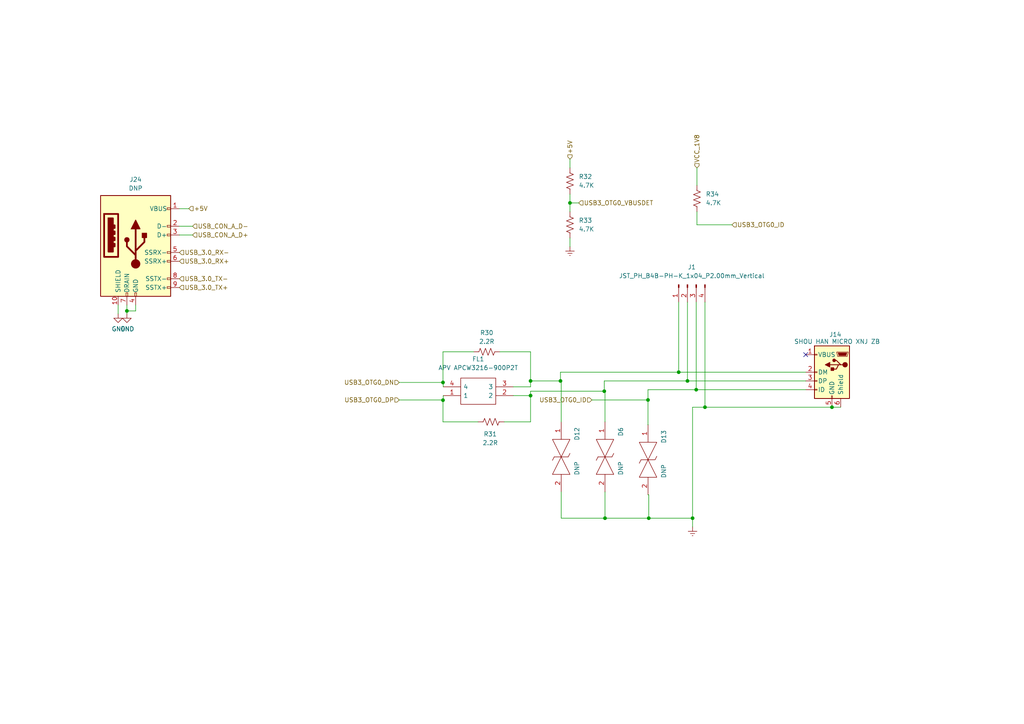
<source format=kicad_sch>
(kicad_sch (version 20231120) (generator "eeschema") (generator_version "8.0")
  (paper "A4")
  (lib_symbols
    (symbol "Connector:Conn_01x04_Pin" (pin_names (offset 1.016) hide)
      (property "Reference" "J" (at 0 5.08 0))
      (property "Value" "Conn_01x04_Pin" (at 0 -7.62 0))
      (symbol "Conn_01x04_Pin_1_1"
        (polyline (pts (xy 1.27 -5.08) (xy 0.8636 -5.08)) (stroke (width 0.1524)))
        (polyline (pts (xy 1.27 -2.54) (xy 0.8636 -2.54)) (stroke (width 0.1524)))
        (polyline (pts (xy 1.27 0) (xy 0.8636 0)) (stroke (width 0.1524)))
        (polyline (pts (xy 1.27 2.54) (xy 0.8636 2.54)) (stroke (width 0.1524)))
        (rectangle (start 0.8636 -4.953) (end 0 -5.207) (stroke (width 0.1524)) (fill (type outline)))
        (rectangle (start 0.8636 -2.413) (end 0 -2.667) (stroke (width 0.1524)) (fill (type outline)))
        (rectangle (start 0.8636 0.127) (end 0 -0.127) (stroke (width 0.1524)) (fill (type outline)))
        (rectangle (start 0.8636 2.667) (end 0 2.413) (stroke (width 0.1524)) (fill (type outline)))
        (pin passive line (at 5.08 2.54 180) (length 3.81) (name "Pin_1") (number "1"))
        (pin passive line (at 5.08 0 180) (length 3.81) (name "Pin_2") (number "2"))
        (pin passive line (at 5.08 -2.54 180) (length 3.81) (name "Pin_3") (number "3"))
        (pin passive line (at 5.08 -5.08 180) (length 3.81) (name "Pin_4") (number "4"))
      )
    )
    (symbol "Connector:USB3_A" (pin_names (offset 1.016))
      (property "Reference" "J" (at -10.16 15.24 0))
      (property "Value" "USB3_A" (at 10.16 15.24 0))
      (symbol "USB3_A_0_0"
        (rectangle (start -9.144 8.636) (end -5.08 -3.81) (stroke (width 0.508)))
        (rectangle (start -7.874 7.366) (end -6.604 -2.286) (stroke (width 0.508)) (fill (type outline)))
        (rectangle (start -6.35 0) (end -6.096 -0.762) (stroke (width 0.508)))
        (rectangle (start -6.35 1.778) (end -6.096 1.016) (stroke (width 0.508)))
        (rectangle (start -6.35 3.556) (end -6.096 2.794) (stroke (width 0.508)))
        (rectangle (start -6.35 5.334) (end -6.096 4.572) (stroke (width 0.508)))
        (rectangle (start -2.794 -15.24) (end -2.286 -14.224))
        (rectangle (start -0.254 -15.24) (end 0.254 -14.224))
        (rectangle (start 10.16 -12.446) (end 9.144 -12.954))
        (rectangle (start 10.16 -9.906) (end 9.144 -10.414))
        (rectangle (start 10.16 -4.826) (end 9.144 -5.334))
        (rectangle (start 10.16 -2.286) (end 9.144 -2.794))
        (rectangle (start 10.16 2.794) (end 9.144 2.286))
        (rectangle (start 10.16 5.334) (end 9.144 4.826))
        (rectangle (start 10.16 10.414) (end 9.144 9.906))
      )
      (symbol "USB3_A_0_1"
        (rectangle (start -10.16 13.97) (end 10.16 -15.24) (stroke (width 0.254)) (fill (type background)))
      )
      (symbol "USB3_A_1_1"
        (circle (center -2.54 1.143) (radius 0.635) (stroke (width 0.254)) (fill (type outline)))
        (circle (center 0 -5.842) (radius 1.27) (fill (type outline)))
        (polyline (pts (xy 0 -5.842) (xy 0 4.318)) (stroke (width 0.508)))
        (polyline (pts (xy 0 -3.302) (xy -2.54 -0.762) (xy -2.54 0.508)) (stroke (width 0.508)))
        (polyline (pts (xy 0 -2.032) (xy 2.54 0.508) (xy 2.54 1.778)) (stroke (width 0.508)))
        (polyline (pts (xy -1.27 4.318) (xy 0 6.858) (xy 1.27 4.318) (xy -1.27 4.318)) (stroke (width 0.254)) (fill (type outline)))
        (rectangle (start 1.905 1.778) (end 3.175 3.048) (stroke (width 0.254)) (fill (type outline)))
        (pin power_in line (at 12.7 10.16 180) (length 2.54) (name "VBUS") (number "1"))
        (pin passive line (at -5.08 -17.78 90) (length 2.54) (name "SHIELD") (number "10"))
        (pin bidirectional line (at 12.7 5.08 180) (length 2.54) (name "D-") (number "2"))
        (pin bidirectional line (at 12.7 2.54 180) (length 2.54) (name "D+") (number "3"))
        (pin power_in line (at 0 -17.78 90) (length 2.54) (name "GND") (number "4"))
        (pin output line (at 12.7 -2.54 180) (length 2.54) (name "SSRX-") (number "5"))
        (pin output line (at 12.7 -5.08 180) (length 2.54) (name "SSRX+") (number "6"))
        (pin passive line (at -2.54 -17.78 90) (length 2.54) (name "DRAIN") (number "7"))
        (pin input line (at 12.7 -10.16 180) (length 2.54) (name "SSTX-") (number "8"))
        (pin input line (at 12.7 -12.7 180) (length 2.54) (name "SSTX+") (number "9"))
      )
    )
    (symbol "Connector:USB_OTG" (pin_names (offset 1.016))
      (property "Reference" "J14" (at -2.794 10.922 0))
      (property "Value" "SHOU HAN MICRO XNJ ZB" (at -13.97 8.89 0))
      (symbol "USB_OTG_0_1"
        (rectangle (start -5.08 7.62) (end 5.08 -7.62) (stroke (width 0.254)) (fill (type background)))
        (circle (center -3.81 2.159) (radius 0.635) (stroke (width 0.254)) (fill (type outline)))
        (circle (center -0.635 3.429) (radius 0.381) (stroke (width 0.254)) (fill (type outline)))
        (rectangle (start -0.127 -7.62) (end 0.127 -6.858))
        (polyline (pts (xy -1.905 2.159) (xy 0.635 2.159)) (stroke (width 0.254)))
        (polyline (pts (xy -3.175 2.159) (xy -2.54 2.159) (xy -1.27 3.429) (xy -0.635 3.429)) (stroke (width 0.254)))
        (polyline (pts (xy -2.54 2.159) (xy -1.905 2.159) (xy -1.27 0.889) (xy 0 0.889)) (stroke (width 0.254)))
        (polyline (pts (xy 0.635 2.794) (xy 0.635 1.524) (xy 1.905 2.159) (xy 0.635 2.794)) (stroke (width 0.254)) (fill (type outline)))
        (polyline (pts (xy -4.318 5.588) (xy -1.778 5.588) (xy -2.032 4.826) (xy -4.064 4.826) (xy -4.318 5.588)) (fill (type outline)))
        (polyline (pts (xy -4.699 5.842) (xy -4.699 5.588) (xy -4.445 4.826) (xy -4.445 4.572) (xy -1.651 4.572) (xy -1.651 4.826) (xy -1.397 5.588) (xy -1.397 5.842) (xy -4.699 5.842)))
        (rectangle (start 0.254 1.27) (end -0.508 0.508) (stroke (width 0.254)) (fill (type outline)))
        (rectangle (start 5.08 -5.207) (end 4.318 -4.953))
        (rectangle (start 5.08 -2.667) (end 4.318 -2.413))
        (rectangle (start 5.08 -0.127) (end 4.318 0.127))
        (rectangle (start 5.08 4.953) (end 4.318 5.207))
      )
      (symbol "USB_OTG_1_1"
        (pin passive line (at 7.62 5.08 180) (length 2.54) (name "VBUS") (number "1"))
        (pin bidirectional line (at 7.62 0 180) (length 2.54) (name "DM") (number "2"))
        (pin bidirectional line (at 7.62 -2.54 180) (length 2.54) (name "DP") (number "3"))
        (pin passive line (at 7.62 -5.08 180) (length 2.54) (name "ID") (number "4"))
        (pin passive line (at 0 -10.16 90) (length 2.54) (name "GND") (number "5"))
        (pin passive line (at -2.54 -10.16 90) (length 2.54) (name "Shield") (number "6"))
      )
    )
    (symbol "DLW31SN900SQ2L:DLW31SN900SQ2L" (pin_names (offset 0.762))
      (property "Reference" "FL" (at 16.51 7.62 0))
      (property "Value" "DLW31SN900SQ2L" (at 16.51 5.08 0))
      (symbol "DLW31SN900SQ2L_0_0"
        (pin passive line (at 0 -2.54 0) (length 5.08) (name "1") (number "1"))
        (pin passive line (at 20.32 -2.54 180) (length 5.08) (name "2") (number "2"))
        (pin passive line (at 20.32 0 180) (length 5.08) (name "3") (number "3"))
        (pin passive line (at 0 0 0) (length 5.08) (name "4") (number "4"))
      )
      (symbol "DLW31SN900SQ2L_0_1"
        (polyline (pts (xy 5.08 2.54) (xy 15.24 2.54) (xy 15.24 -5.08) (xy 5.08 -5.08) (xy 5.08 2.54)) (stroke (width 0.1524)))
      )
    )
    (symbol "Device:R_US" (pin_numbers hide) (pin_names (offset 0))
      (property "Reference" "R" (at 2.54 0 90))
      (property "Value" "R_US" (at -2.54 0 90))
      (symbol "R_US_0_1"
        (polyline (pts (xy 0 -2.286) (xy 0 -2.54)))
        (polyline (pts (xy 0 2.286) (xy 0 2.54)))
        (polyline (pts (xy 0 -0.762) (xy 1.016 -1.143) (xy 0 -1.524) (xy -1.016 -1.905) (xy 0 -2.286)))
        (polyline (pts (xy 0 0.762) (xy 1.016 0.381) (xy 0 0) (xy -1.016 -0.381) (xy 0 -0.762)))
        (polyline (pts (xy 0 2.286) (xy 1.016 1.905) (xy 0 1.524) (xy -1.016 1.143) (xy 0 0.762)))
      )
      (symbol "R_US_1_1"
        (pin passive line (at 0 3.81 270) (length 1.27) (name "~") (number "1"))
        (pin passive line (at 0 -3.81 90) (length 1.27) (name "~") (number "2"))
      )
    )
    (symbol "SP0402B-ULC-01ETG:SP0402B-ULC-01ETG" (pin_names (offset 0.762))
      (property "Reference" "D" (at 12.7 8.89 0))
      (property "Value" "SP0402B-ULC-01ETG" (at 12.7 6.35 0))
      (symbol "SP0402B-ULC-01ETG_0_0"
        (pin passive line (at 0 0 0) (length 5.08) (name "~") (number "1"))
        (pin passive line (at 20.32 0 180) (length 5.08) (name "~") (number "2"))
      )
      (symbol "SP0402B-ULC-01ETG_0_1"
        (polyline (pts (xy 9.144 2.54) (xy 10.16 2.032)) (stroke (width 0.1524)))
        (polyline (pts (xy 10.16 -2.032) (xy 10.16 2.032)) (stroke (width 0.1524)))
        (polyline (pts (xy 10.16 -2.032) (xy 11.176 -2.54)) (stroke (width 0.1524)))
        (polyline (pts (xy 10.16 0) (xy 5.08 -2.54) (xy 5.08 2.54) (xy 10.16 0)) (stroke (width 0.1524)))
        (polyline (pts (xy 10.16 0) (xy 15.24 -2.54) (xy 15.24 2.54) (xy 10.16 0)) (stroke (width 0.1524)))
      )
    )
    (symbol "power:Earth" (power) (pin_names (offset 0))
      (symbol "Earth_0_1"
        (polyline (pts (xy -0.635 -1.905) (xy 0.635 -1.905)))
        (polyline (pts (xy -0.127 -2.54) (xy 0.127 -2.54)))
        (polyline (pts (xy 0 -1.27) (xy 0 0)))
        (polyline (pts (xy 1.27 -1.27) (xy -1.27 -1.27)))
      )
      (symbol "Earth_1_1"
        (pin power_in line (at 0 0 270) (length 0) hide (name "Earth") (number "1"))
      )
    )
    (symbol "power:GND" (power) (pin_names (offset 0))
      (property "Value" "GND" (at 0 -3.81 0))
      (symbol "GND_0_1"
        (polyline (pts (xy 0 0) (xy 0 -1.27) (xy 1.27 -1.27) (xy 0 -2.54) (xy -1.27 -1.27) (xy 0 -1.27)))
      )
      (symbol "GND_1_1"
        (pin power_in line (at 0 0 270) (length 0) hide (name "GND") (number "1"))
      )
    )
  )
  (junction (at 165.3132 58.8557))
  (junction (at 201.93 113.03))
  (junction (at 204.47 118.11))
  (junction (at 188.1675 150.2957))
  (junction (at 175.26 113.4657))
  (junction (at 128.4832 110.9257))
  (junction (at 187.9431 116.0057))
  (junction (at 153.8832 114.7367))
  (junction (at 175.4732 150.2957))
  (junction (at 128.4832 116.0685))
  (junction (at 196.85 107.95))
  (junction (at 200.8732 150.2957))
  (junction (at 153.8832 110.49))
  (junction (at 241.3 118.11))
  (junction (at 36.8055 90.1822))
  (junction (at 199.39 110.49))
  (junction (at 162.56 110.49))
  (no_connect (at 233.68 102.87))
  (wire (pts (xy 196.85 107.95) (xy 162.56 107.95)))
  (wire (pts (xy 200.8732 118.11) (xy 204.47 118.11)))
  (wire (pts (xy 201.93 113.03) (xy 187.9431 113.03)))
  (wire (pts (xy 202.1432 65.2057) (xy 212.3032 65.2057)))
  (wire (pts (xy 204.47 118.11) (xy 241.3 118.11)))
  (wire (pts (xy 175.4732 150.2957) (xy 188.1675 150.2957)))
  (wire (pts (xy 153.8832 122.3557) (xy 146.2632 122.3557)))
  (wire (pts (xy 175.26 113.4657) (xy 175.4732 113.4657)))
  (wire (pts (xy 128.5532 112.1967) (xy 128.5532 110.9257)))
  (wire (pts (xy 128.5532 110.9257) (xy 128.4832 110.9257)))
  (wire (pts (xy 187.9431 123.19) (xy 187.96 123.19)))
  (wire (pts (xy 128.5532 116.0685) (xy 128.4832 116.0685)))
  (wire (pts (xy 162.7732 110.49) (xy 162.7732 122.3557)))
  (wire (pts (xy 165.3132 56.3157) (xy 165.3132 58.8557)))
  (wire (pts (xy 153.8832 113.4657) (xy 175.26 113.4657)))
  (wire (pts (xy 128.5532 114.7367) (xy 128.5532 116.0685)))
  (wire (pts (xy 202.1432 48.6957) (xy 202.1432 53.7757)))
  (wire (pts (xy 162.7732 150.2957) (xy 175.4732 150.2957)))
  (wire (pts (xy 115.7832 116.0057) (xy 128.4832 116.0057)))
  (wire (pts (xy 241.3 118.11) (xy 243.84 118.11)))
  (wire (pts (xy 188.1675 150.2957) (xy 188.1675 143.51)))
  (wire (pts (xy 39.3455 90.1822) (xy 36.8055 90.1822)))
  (wire (pts (xy 201.93 87.63) (xy 201.93 113.03)))
  (wire (pts (xy 162.7732 150.2957) (xy 162.7732 142.6757)))
  (wire (pts (xy 199.39 87.63) (xy 199.39 110.49)))
  (wire (pts (xy 153.8832 114.7367) (xy 153.8832 122.3557)))
  (wire (pts (xy 204.47 87.63) (xy 204.47 118.11)))
  (wire (pts (xy 153.8832 110.49) (xy 153.8832 112.1967)))
  (wire (pts (xy 162.56 107.95) (xy 162.56 110.49)))
  (wire (pts (xy 138.6432 122.3557) (xy 128.4832 122.3557)))
  (wire (pts (xy 128.4832 122.3557) (xy 128.4832 116.0685)))
  (wire (pts (xy 153.8832 102.0357) (xy 153.8832 110.49)))
  (wire (pts (xy 202.1432 61.3957) (xy 202.1432 65.2057)))
  (wire (pts (xy 36.8055 90.1822) (xy 36.8055 88.4767)))
  (wire (pts (xy 137.3732 102.0357) (xy 128.4832 102.0357)))
  (wire (pts (xy 128.4832 102.0357) (xy 128.4832 110.9257)))
  (wire (pts (xy 162.56 110.49) (xy 153.8832 110.49)))
  (wire (pts (xy 199.39 110.49) (xy 175.26 110.49)))
  (wire (pts (xy 165.3132 69.0157) (xy 165.3132 71.5557)))
  (wire (pts (xy 34.2655 91.0167) (xy 34.2655 88.4767)))
  (wire (pts (xy 36.8055 91.0167) (xy 36.8055 90.1822)))
  (wire (pts (xy 187.9431 113.03) (xy 187.9431 116.0057)))
  (wire (pts (xy 128.4832 116.0685) (xy 128.4832 116.0057)))
  (wire (pts (xy 233.68 107.95) (xy 196.85 107.95)))
  (wire (pts (xy 175.26 110.49) (xy 175.26 113.4657)))
  (wire (pts (xy 188.1675 143.51) (xy 187.96 143.51)))
  (wire (pts (xy 54.7615 60.4945) (xy 54.7615 60.5367)))
  (wire (pts (xy 148.8732 112.1967) (xy 153.8832 112.1967)))
  (wire (pts (xy 39.3455 88.4767) (xy 39.3455 90.1822)))
  (wire (pts (xy 55.8555 65.6167) (xy 52.0455 65.6167)))
  (wire (pts (xy 200.8732 150.2957) (xy 200.8732 152.8357)))
  (wire (pts (xy 187.9431 116.0057) (xy 187.9431 123.19)))
  (wire (pts (xy 54.7615 60.5367) (xy 52.0455 60.5367)))
  (wire (pts (xy 144.9932 102.0357) (xy 153.8832 102.0357)))
  (wire (pts (xy 233.68 110.49) (xy 199.39 110.49)))
  (wire (pts (xy 188.1675 150.2957) (xy 200.8732 150.2957)))
  (wire (pts (xy 165.3132 58.8557) (xy 165.3132 61.3957)))
  (wire (pts (xy 52.0455 68.1567) (xy 55.8555 68.1567)))
  (wire (pts (xy 196.85 87.63) (xy 196.85 107.95)))
  (wire (pts (xy 200.8732 118.11) (xy 200.8732 150.2957)))
  (wire (pts (xy 175.4732 150.2957) (xy 175.4732 142.6757)))
  (wire (pts (xy 167.8532 58.8557) (xy 165.3132 58.8557)))
  (wire (pts (xy 171.6632 116.0057) (xy 187.9431 116.0057)))
  (wire (pts (xy 148.8732 114.7367) (xy 153.8832 114.7367)))
  (wire (pts (xy 175.4732 113.4657) (xy 175.4732 122.3557)))
  (wire (pts (xy 162.7732 110.49) (xy 162.56 110.49)))
  (wire (pts (xy 233.68 113.03) (xy 201.93 113.03)))
  (wire (pts (xy 153.8832 113.4657) (xy 153.8832 114.7367)))
  (wire (pts (xy 115.7832 110.9257) (xy 128.4832 110.9257)))
  (wire (pts (xy 165.3132 46.1557) (xy 165.3132 48.6957)))
  (hierarchical_label "USB_CON_A_D-" (shape input) (at 55.8555 65.6167 0))
  (hierarchical_label "VCC_1V8" (shape input) (at 202.1432 48.6957 90))
  (hierarchical_label "USB_3.0_RX-" (shape input) (at 52.0455 73.2367 0))
  (hierarchical_label "USB_3.0_TX+" (shape input) (at 52.0455 83.3967 0))
  (hierarchical_label "USB3_OTG0_ID" (shape input) (at 212.3032 65.2057 0))
  (hierarchical_label "USB_3.0_RX+" (shape input) (at 52.0455 75.7767 0))
  (hierarchical_label "+5V" (shape input) (at 165.3132 46.1557 90))
  (hierarchical_label "USB_3.0_TX-" (shape input) (at 52.0455 80.8567 0))
  (hierarchical_label "USB3_OTG0_ID" (shape input) (at 171.6632 116.0057 180))
  (hierarchical_label "USB_CON_A_D+" (shape input) (at 55.8555 68.1567 0))
  (hierarchical_label "+5V" (shape input) (at 54.7615 60.4945 0))
  (hierarchical_label "USB3_OTG0_DP" (shape input) (at 115.7832 116.0057 180))
  (hierarchical_label "USB3_OTG0_VBUSDET" (shape input) (at 167.8532 58.8557 0))
  (hierarchical_label "USB3_OTG0_DN" (shape input) (at 115.7832 110.9257 180))
  (symbol (lib_id "SP0402B-ULC-01ETG:SP0402B-ULC-01ETG") (at 175.4732 122.3557 270) (unit 1)
    (property "Reference" "D6" (at 180.0452 123.8797 0) (effects (justify left)))
    (property "Value" "DNP" (at 180.0452 133.7857 0) (effects (justify left)))
    (property "Footprint" "ESD5341N:ESD5341N" (effects (hide yes)))
    (property "Datasheet" "https://www.mouser.com/datasheet/2/240/Littelfuse_TVS_Diode_Array_Ultra_Low_Capacitance_D-1021420.pdf" (effects (hide yes)))
    (property "Description" "ESD Suppressors / TVS Diodes 5V .13pF 20kV" (effects (hide yes)))
    (property "Manufacturer_Name" "LITTELFUSE" (effects (hide yes)))
    (property "Manufacturer_Part_Number" "SP0402B-ULC-01ETG" (effects (hide yes)))
    (property "Mouser Part Number" "576-SP0402BULC-01ETG" (effects (hide yes)))
    (property "Mouser Price/Stock" "https://www.mouser.co.uk/ProductDetail/Littelfuse/SP0402B-ULC-01ETG?qs=lM4gFlnEeENx4cnTNlk34g%3D%3D" (effects (hide yes)))
    (property "Arrow Part Number" "SP0402B-ULC-01ETG" (effects (hide yes)))
    (property "Arrow Price/Stock" "https://www.arrow.com/en/products/sp0402b-ulc-01etg/littelfuse?region=nac" (effects (hide yes)))
    (property "MPN" "ESD5341N" (effects (hide yes)))
  )
  (symbol (lib_id "Connector:USB_OTG") (at 241.3 107.95 0) (mirror y) (unit 1)
    (property "Reference" "J14" (at 244.094 97.028 0) (effects (justify left)))
    (property "Value" "SHOU HAN MICRO XNJ ZB" (at 255.27 99.06 0) (effects (justify left)))
    (property "Footprint" "Footprint Library:Micro-B SMD" (effects (hide yes)))
    (property "Datasheet" " ~" (effects (hide yes)))
    (property "Description" "USB mini/micro connector" (effects (hide yes)))
    (property "MPN" "SHOU HAN MICRO XNJ ZB" (effects (hide yes)))
  )
  (symbol (lib_id "power:Earth") (at 200.8732 152.8357 0) (unit 1)
    (property "Reference" "#PWR073" (effects (hide yes)))
    (property "Value" "Earth" (effects (hide yes)))
    (property "Description" "Power symbol creates a global label with name \"Earth\"" (effects (hide yes)))
  )
  (symbol (lib_id "power:GND") (at 34.2655 91.0167 0) (unit 1)
    (property "Reference" "#PWR065" (effects (hide yes)))
    (property "Value" "GND" (at 34.3925 95.4109 0))
  )
  (symbol (lib_id "power:GND") (at 36.8055 91.0167 0) (unit 1)
    (property "Reference" "#PWR066" (effects (hide yes)))
    (property "Value" "GND" (at 36.9325 95.4109 0))
  )
  (symbol (lib_id "SP0402B-ULC-01ETG:SP0402B-ULC-01ETG") (at 187.96 123.19 270) (unit 1)
    (property "Reference" "D13" (at 192.532 124.714 0) (effects (justify left)))
    (property "Value" "DNP" (at 192.532 134.62 0) (effects (justify left)))
    (property "Footprint" "ESD5341N:ESD5341N" (effects (hide yes)))
    (property "Datasheet" "https://www.mouser.com/datasheet/2/240/Littelfuse_TVS_Diode_Array_Ultra_Low_Capacitance_D-1021420.pdf" (effects (hide yes)))
    (property "Description" "ESD Suppressors / TVS Diodes 5V .13pF 20kV" (effects (hide yes)))
    (property "Manufacturer_Name" "LITTELFUSE" (effects (hide yes)))
    (property "Manufacturer_Part_Number" "SP0402B-ULC-01ETG" (effects (hide yes)))
    (property "Mouser Part Number" "576-SP0402BULC-01ETG" (effects (hide yes)))
    (property "Mouser Price/Stock" "https://www.mouser.co.uk/ProductDetail/Littelfuse/SP0402B-ULC-01ETG?qs=lM4gFlnEeENx4cnTNlk34g%3D%3D" (effects (hide yes)))
    (property "Arrow Part Number" "SP0402B-ULC-01ETG" (effects (hide yes)))
    (property "Arrow Price/Stock" "https://www.arrow.com/en/products/sp0402b-ulc-01etg/littelfuse?region=nac" (effects (hide yes)))
    (property "MPN" "ESD5341N" (effects (hide yes)))
  )
  (symbol (lib_id "Device:R_US") (at 142.4532 122.3557 90) (unit 1)
    (property "Reference" "R31" (at 142.1992 125.9117 90))
    (property "Value" "2.2R" (at 142.1992 128.4517 90))
    (property "Footprint" "Resistor_SMD:R_0402_1005Metric" (effects (hide yes)))
    (property "Description" "Resistor, US symbol" (effects (hide yes)))
    (property "MPN" "0402WGF220KTCE" (effects (hide yes)))
  )
  (symbol (lib_id "Device:R_US") (at 202.1432 57.5857 0) (unit 1)
    (property "Reference" "R34" (at 204.6832 56.3156 0) (effects (justify left)))
    (property "Value" "4.7K" (at 204.6832 58.8556 0) (effects (justify left)))
    (property "Footprint" "Resistor_SMD:R_0603_1608Metric" (effects (hide yes)))
    (property "Description" "Resistor, US symbol" (effects (hide yes)))
    (property "MPN" "0603WAF4701T5E" (effects (hide yes)))
  )
  (symbol (lib_id "Device:R_US") (at 165.3132 65.2057 0) (unit 1)
    (property "Reference" "R33" (at 167.8532 63.9356 0) (effects (justify left)))
    (property "Value" "4.7K" (at 167.8532 66.4756 0) (effects (justify left)))
    (property "Footprint" "Resistor_SMD:R_0603_1608Metric" (effects (hide yes)))
    (property "Description" "Resistor, US symbol" (effects (hide yes)))
    (property "MPN" "0603WAF4701T5E" (effects (hide yes)))
  )
  (symbol (lib_id "DLW31SN900SQ2L:DLW31SN900SQ2L") (at 128.5532 112.1967 0) (unit 1)
    (property "Reference" "FL1" (at 138.7132 104.14 0))
    (property "Value" "APV APCW3216-900P2T" (at 138.7132 106.68 0))
    (property "Footprint" "DLW31SN900SQ2L:DLW31SH222SQ2L" (effects (hide yes)))
    (property "Datasheet" "https://www.murata.com/en-us/products/productdetail?partno=DLW31SN900SQ2%23" (effects (hide yes)))
    (property "Description" "Common mode choke SMD 1206 370mA 90R Murata DLW31S Series Wire-wound SMD Inductor +/-25% Wire-Wound 370mA Idc" (effects (hide yes)))
    (property "Height" "2.1" (effects (hide yes)))
    (property "Manufacturer_Name" "Murata Electronics" (effects (hide yes)))
    (property "Manufacturer_Part_Number" "DLW31SN900SQ2L" (effects (hide yes)))
    (property "Mouser Part Number" "81-DLW31SN900SQ2L" (effects (hide yes)))
    (property "Mouser Price/Stock" "https://www.mouser.co.uk/ProductDetail/Murata-Electronics/DLW31SN900SQ2L?qs=MvDi5e8ZjmVQKH%2F%2FPPGwmg%3D%3D" (effects (hide yes)))
    (property "Arrow Part Number" "DLW31SN900SQ2L" (effects (hide yes)))
    (property "Arrow Price/Stock" "https://www.arrow.com/en/products/dlw31sn900sq2l/murata-manufacturing?region=nac" (effects (hide yes)))
    (property "MPN" "APV APCW3216-900P2T" (effects (hide yes)))
  )
  (symbol (lib_id "Connector:Conn_01x04_Pin") (at 199.39 82.55 90) (mirror x) (unit 1)
    (property "Reference" "J1" (at 200.66 77.47 90))
    (property "Value" "JST_PH_B4B-PH-K_1x04_P2.00mm_Vertical" (at 200.66 80.01 90))
    (property "Footprint" "Connector_JST:JST_PH_B4B-PH-K_1x04_P2.00mm_Vertical" (effects (hide yes)))
    (property "Description" "Generic connector, single row, 01x04, script generated" (effects (hide yes)))
  )
  (symbol (lib_id "SP0402B-ULC-01ETG:SP0402B-ULC-01ETG") (at 162.7732 122.3557 270) (unit 1)
    (property "Reference" "D12" (at 167.3452 123.8797 0) (effects (justify left)))
    (property "Value" "DNP" (at 167.3452 133.7857 0) (effects (justify left)))
    (property "Footprint" "ESD5341N:ESD5341N" (effects (hide yes)))
    (property "Datasheet" "https://www.mouser.com/datasheet/2/240/Littelfuse_TVS_Diode_Array_Ultra_Low_Capacitance_D-1021420.pdf" (effects (hide yes)))
    (property "Description" "ESD Suppressors / TVS Diodes 5V .13pF 20kV" (effects (hide yes)))
    (property "Manufacturer_Name" "LITTELFUSE" (effects (hide yes)))
    (property "Manufacturer_Part_Number" "SP0402B-ULC-01ETG" (effects (hide yes)))
    (property "Mouser Part Number" "576-SP0402BULC-01ETG" (effects (hide yes)))
    (property "Mouser Price/Stock" "https://www.mouser.co.uk/ProductDetail/Littelfuse/SP0402B-ULC-01ETG?qs=lM4gFlnEeENx4cnTNlk34g%3D%3D" (effects (hide yes)))
    (property "Arrow Part Number" "SP0402B-ULC-01ETG" (effects (hide yes)))
    (property "Arrow Price/Stock" "https://www.arrow.com/en/products/sp0402b-ulc-01etg/littelfuse?region=nac" (effects (hide yes)))
    (property "MPN" "ESD5341N" (effects (hide yes)))
  )
  (symbol (lib_id "power:Earth") (at 165.3132 71.5557 0) (unit 1)
    (property "Reference" "#PWR072" (effects (hide yes)))
    (property "Value" "Earth" (effects (hide yes)))
    (property "Description" "Power symbol creates a global label with name \"Earth\"" (effects (hide yes)))
  )
  (symbol (lib_id "Device:R_US") (at 165.3132 52.5057 0) (unit 1)
    (property "Reference" "R32" (at 167.8532 51.2356 0) (effects (justify left)))
    (property "Value" "4.7K" (at 167.8532 53.7756 0) (effects (justify left)))
    (property "Footprint" "Resistor_SMD:R_0603_1608Metric" (effects (hide yes)))
    (property "Description" "Resistor, US symbol" (effects (hide yes)))
    (property "MPN" "0603WAF4701T5E" (effects (hide yes)))
  )
  (symbol (lib_id "Device:R_US") (at 141.1832 102.0357 90) (unit 1)
    (property "Reference" "R30" (at 141.1832 96.52 90))
    (property "Value" "2.2R" (at 141.1832 99.06 90))
    (property "Footprint" "Resistor_SMD:R_0402_1005Metric" (effects (hide yes)))
    (property "Description" "Resistor, US symbol" (effects (hide yes)))
    (property "MPN" "0402WGF220KTCE" (effects (hide yes)))
  )
  (symbol (lib_id "Connector:USB3_A") (at 39.3455 70.6967 0) (unit 1)
    (property "Reference" "J24" (at 39.3455 52.07 0))
    (property "Value" "DNP" (at 39.3455 54.61 0))
    (property "Footprint" "Connector_USB:CP-USB-3015" (effects (hide yes)))
    (property "Description" "USB 3.0 A connector" (effects (hide yes)))
  )
)
</source>
